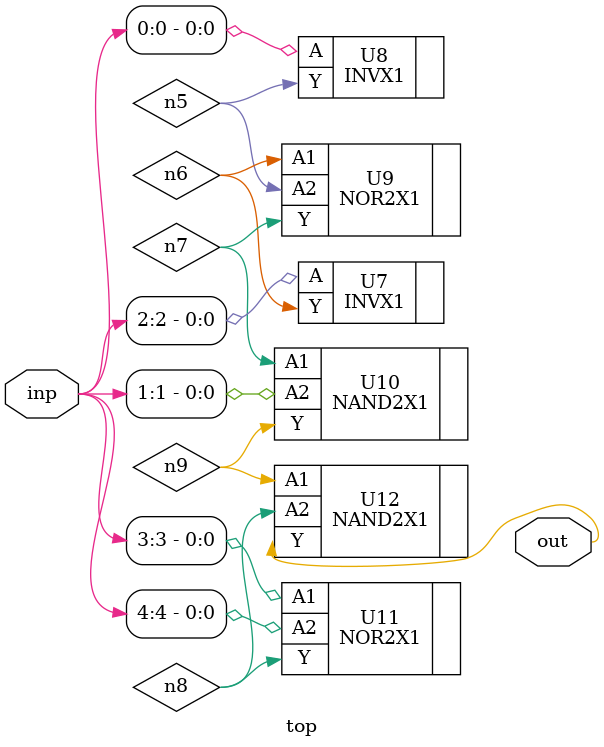
<source format=sv>


module top ( inp, out );
  input [4:0] inp;
  output out;
  wire   n5, n6, n7, n8, n9;

  INVX1 U7 ( .A(inp[2]), .Y(n6) );
  INVX1 U8 ( .A(inp[0]), .Y(n5) );
  NOR2X1 U9 ( .A1(n6), .A2(n5), .Y(n7) );
  NAND2X1 U10 ( .A1(n7), .A2(inp[1]), .Y(n9) );
  NOR2X1 U11 ( .A1(inp[3]), .A2(inp[4]), .Y(n8) );
  NAND2X1 U12 ( .A1(n9), .A2(n8), .Y(out) );
endmodule


</source>
